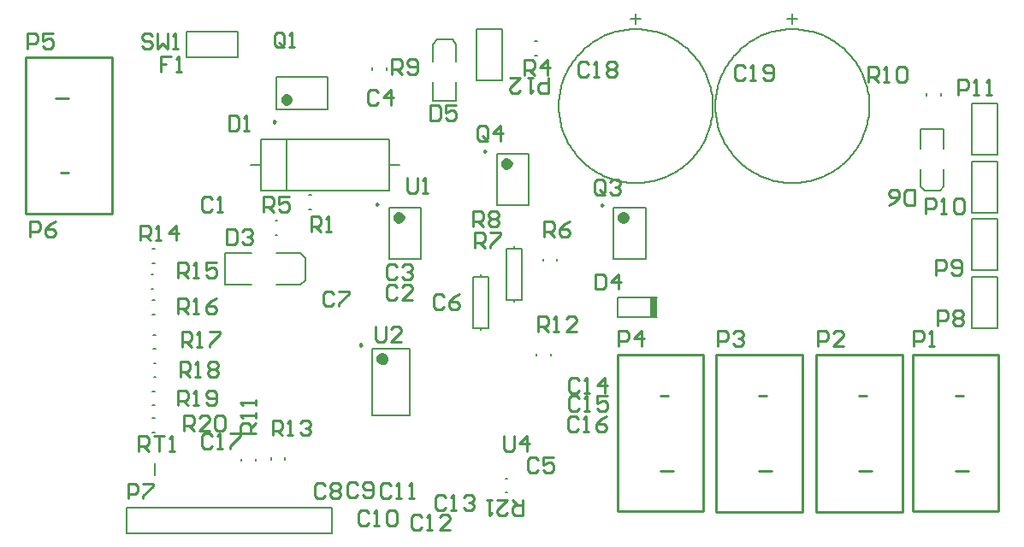
<source format=gto>
%FSTAX23Y23*%
%MOIN*%
%SFA1B1*%

%IPPOS*%
%ADD10C,0.023620*%
%ADD11C,0.009840*%
%ADD12C,0.001970*%
%ADD13C,0.007870*%
%ADD14C,0.006000*%
%ADD15C,0.010000*%
%ADD16C,0.005910*%
%ADD17R,0.031500X0.074800*%
%LNpowerboard-1*%
%LPD*%
G54D10*
X02478Y04046D02*
X02473Y04055D01*
X02463Y04057*
X02455Y04051*
Y0404*
X02463Y04034*
X02473Y04036*
X02478Y04046*
X02413Y03494D02*
X02408Y03504D01*
X02398Y03506*
X0239Y03499*
Y03489*
X02398Y03483*
X02408Y03485*
X02413Y03494*
X02898Y04256D02*
X02893Y04265D01*
X02883Y04267*
X02875Y04261*
Y0425*
X02883Y04244*
X02893Y04246*
X02898Y04256*
X0204Y04506D02*
X02036Y04515D01*
X02026Y04517*
X02018Y04511*
Y04501*
X02026Y04494*
X02036Y04497*
X0204Y04506*
X03353Y04046D02*
X03348Y04055D01*
X03338Y04057*
X0333Y04051*
Y0404*
X03338Y04034*
X03348Y04036*
X03353Y04046*
G54D11*
X02386Y04097D02*
X02379Y04101D01*
Y04093*
X02386Y04097*
X02323Y03547D02*
X02316Y03552D01*
Y03543*
X02323Y03547*
X02804Y04304D02*
X02797Y04308D01*
Y043*
X02804Y04304*
X01985Y04419D02*
X01978Y04424D01*
Y04415*
X01985Y04419*
X03262Y04093D02*
X03255Y04097D01*
Y04089*
X03262Y04093*
G54D12*
X02851Y03279D03*
G54D13*
X043Y0448D02*
X04299Y0449D01*
X04299Y045*
X04298Y0451*
X04297Y04519*
X04295Y04529*
X04293Y04539*
X04291Y04549*
X04289Y04559*
X04286Y04568*
X04283Y04578*
X04279Y04587*
X04276Y04597*
X04272Y04606*
X04267Y04615*
X04263Y04624*
X04258Y04632*
X04252Y04641*
X04247Y04649*
X04241Y04657*
X04235Y04665*
X04229Y04673*
X04222Y04681*
X04215Y04688*
X04208Y04695*
X04201Y04702*
X04193Y04709*
X04185Y04715*
X04177Y04721*
X04169Y04727*
X04161Y04732*
X04152Y04738*
X04144Y04743*
X04135Y04747*
X04126Y04752*
X04117Y04756*
X04107Y04759*
X04098Y04763*
X04088Y04766*
X04079Y04769*
X04069Y04771*
X04059Y04773*
X04049Y04775*
X04039Y04777*
X0403Y04778*
X0402Y04779*
X0401Y04779*
X04Y0478*
X03989Y04779*
X03979Y04779*
X03969Y04778*
X0396Y04777*
X0395Y04775*
X0394Y04773*
X0393Y04771*
X0392Y04769*
X03911Y04766*
X03901Y04763*
X03892Y04759*
X03882Y04756*
X03873Y04752*
X03864Y04747*
X03855Y04743*
X03847Y04738*
X03838Y04732*
X0383Y04727*
X03822Y04721*
X03814Y04715*
X03806Y04709*
X03798Y04702*
X03791Y04695*
X03784Y04688*
X03777Y04681*
X0377Y04673*
X03764Y04665*
X03758Y04657*
X03752Y04649*
X03747Y04641*
X03741Y04632*
X03736Y04624*
X03732Y04615*
X03727Y04606*
X03723Y04597*
X0372Y04587*
X03716Y04578*
X03713Y04568*
X0371Y04559*
X03708Y04549*
X03706Y04539*
X03704Y04529*
X03702Y04519*
X03701Y0451*
X037Y045*
X037Y0449*
X037Y0448*
X037Y04469*
X037Y04459*
X03701Y04449*
X03702Y0444*
X03704Y0443*
X03706Y0442*
X03708Y0441*
X0371Y044*
X03713Y04391*
X03716Y04381*
X0372Y04372*
X03723Y04362*
X03727Y04353*
X03732Y04344*
X03736Y04335*
X03741Y04327*
X03747Y04318*
X03752Y0431*
X03758Y04302*
X03764Y04294*
X0377Y04286*
X03777Y04278*
X03784Y04271*
X03791Y04264*
X03798Y04257*
X03806Y0425*
X03814Y04244*
X03822Y04238*
X0383Y04232*
X03838Y04227*
X03847Y04221*
X03855Y04216*
X03864Y04212*
X03873Y04207*
X03882Y04203*
X03892Y042*
X03901Y04196*
X03911Y04193*
X0392Y0419*
X0393Y04188*
X0394Y04186*
X0395Y04184*
X0396Y04182*
X03969Y04181*
X03979Y0418*
X03989Y0418*
X04Y0418*
X0401Y0418*
X0402Y0418*
X0403Y04181*
X04039Y04182*
X04049Y04184*
X04059Y04186*
X04069Y04188*
X04079Y0419*
X04088Y04193*
X04098Y04196*
X04107Y042*
X04117Y04203*
X04126Y04207*
X04135Y04212*
X04144Y04216*
X04152Y04221*
X04161Y04227*
X04169Y04232*
X04177Y04238*
X04185Y04244*
X04193Y0425*
X04201Y04257*
X04208Y04264*
X04215Y04271*
X04222Y04278*
X04229Y04286*
X04235Y04294*
X04241Y04302*
X04247Y0431*
X04252Y04318*
X04258Y04327*
X04263Y04335*
X04267Y04344*
X04272Y04353*
X04276Y04362*
X04279Y04372*
X04283Y04381*
X04286Y04391*
X04289Y044*
X04291Y0441*
X04293Y0442*
X04295Y0443*
X04297Y0444*
X04298Y04449*
X04299Y04459*
X04299Y04469*
X043Y0448*
X0369D02*
X03689Y0449D01*
X03689Y045*
X03688Y0451*
X03687Y04519*
X03685Y04529*
X03683Y04539*
X03681Y04549*
X03679Y04559*
X03676Y04568*
X03673Y04578*
X03669Y04587*
X03666Y04597*
X03662Y04606*
X03657Y04615*
X03653Y04624*
X03648Y04632*
X03642Y04641*
X03637Y04649*
X03631Y04657*
X03625Y04665*
X03619Y04673*
X03612Y04681*
X03605Y04688*
X03598Y04695*
X03591Y04702*
X03583Y04709*
X03575Y04715*
X03567Y04721*
X03559Y04727*
X03551Y04732*
X03542Y04738*
X03534Y04743*
X03525Y04747*
X03516Y04752*
X03507Y04756*
X03497Y04759*
X03488Y04763*
X03478Y04766*
X03469Y04769*
X03459Y04771*
X03449Y04773*
X03439Y04775*
X03429Y04777*
X0342Y04778*
X0341Y04779*
X034Y04779*
X0339Y0478*
X03379Y04779*
X03369Y04779*
X03359Y04778*
X0335Y04777*
X0334Y04775*
X0333Y04773*
X0332Y04771*
X0331Y04769*
X03301Y04766*
X03291Y04763*
X03282Y04759*
X03272Y04756*
X03263Y04752*
X03254Y04747*
X03245Y04743*
X03237Y04738*
X03228Y04732*
X0322Y04727*
X03212Y04721*
X03204Y04715*
X03196Y04709*
X03188Y04702*
X03181Y04695*
X03174Y04688*
X03167Y04681*
X0316Y04673*
X03154Y04665*
X03148Y04657*
X03142Y04649*
X03137Y04641*
X03131Y04632*
X03126Y04624*
X03122Y04615*
X03117Y04606*
X03113Y04597*
X0311Y04587*
X03106Y04578*
X03103Y04568*
X031Y04559*
X03098Y04549*
X03096Y04539*
X03094Y04529*
X03092Y04519*
X03091Y0451*
X0309Y045*
X0309Y0449*
X0309Y0448*
X0309Y04469*
X0309Y04459*
X03091Y04449*
X03092Y0444*
X03094Y0443*
X03096Y0442*
X03098Y0441*
X031Y044*
X03103Y04391*
X03106Y04381*
X0311Y04372*
X03113Y04362*
X03117Y04353*
X03122Y04344*
X03126Y04335*
X03131Y04327*
X03137Y04318*
X03142Y0431*
X03148Y04302*
X03154Y04294*
X0316Y04286*
X03167Y04278*
X03174Y04271*
X03181Y04264*
X03188Y04257*
X03196Y0425*
X03204Y04244*
X03212Y04238*
X0322Y04232*
X03228Y04227*
X03237Y04221*
X03245Y04216*
X03254Y04212*
X03263Y04207*
X03272Y04203*
X03282Y042*
X03291Y04196*
X03301Y04193*
X0331Y0419*
X0332Y04188*
X0333Y04186*
X0334Y04184*
X0335Y04182*
X03359Y04181*
X03369Y0418*
X03379Y0418*
X0339Y0418*
X034Y0418*
X0341Y0418*
X0342Y04181*
X03429Y04182*
X03439Y04184*
X03449Y04186*
X03459Y04188*
X03469Y0419*
X03478Y04193*
X03488Y04196*
X03497Y042*
X03507Y04203*
X03516Y04207*
X03525Y04212*
X03534Y04216*
X03542Y04221*
X03551Y04227*
X03559Y04232*
X03567Y04238*
X03575Y04244*
X03583Y0425*
X03591Y04257*
X03598Y04264*
X03605Y04271*
X03612Y04278*
X03619Y04286*
X03625Y04294*
X03631Y04302*
X03637Y0431*
X03642Y04318*
X03648Y04327*
X03653Y04335*
X03657Y04344*
X03662Y04353*
X03666Y04362*
X03669Y04372*
X03673Y04381*
X03676Y04391*
X03679Y044*
X03681Y0441*
X03683Y0442*
X03685Y0443*
X03687Y0444*
X03688Y04449*
X03689Y04459*
X03689Y04469*
X0369Y0448*
X0193Y0415D02*
X0243D01*
Y0435*
X0193D02*
X0243D01*
X0193Y0415D02*
Y0435D01*
X0203Y0415D02*
Y0435D01*
X0243Y0425D02*
X0247D01*
X0189D02*
X0193D01*
X02427Y03884D02*
X02552D01*
X02427Y04085D02*
X02552D01*
Y03884D02*
Y04085D01*
X02427Y03884D02*
Y04085D01*
X0164Y0477D02*
X0184D01*
X0164Y0467D02*
Y0477D01*
Y0467D02*
X0184D01*
Y0477*
X02362Y03274D02*
X02507D01*
X02362Y03534D02*
X02507D01*
Y03274D02*
Y03534D01*
X02362Y03274D02*
Y03534D01*
X047Y0429D02*
Y0449D01*
Y0429D02*
X048D01*
Y0449*
X047D02*
X048D01*
X047Y04065D02*
Y04265D01*
Y04065D02*
X048D01*
Y04265*
X047D02*
X048D01*
X047Y0384D02*
Y0404D01*
Y0384D02*
X048D01*
Y0404*
X047D02*
X048D01*
X047Y03615D02*
Y03815D01*
Y03615D02*
X048D01*
Y03815*
X047D02*
X048D01*
X0287Y0458D02*
Y0478D01*
X0277D02*
X0287D01*
X0277Y0458D02*
Y0478D01*
Y0458D02*
X0287D01*
X04499Y04314D02*
Y04389D01*
X0459Y04314D02*
Y04389D01*
X04499D02*
X0459D01*
X04515Y04149D02*
X04574D01*
X04499Y04168D02*
Y04235D01*
X04574Y04149D02*
X0459Y04168D01*
X04499D02*
X04515Y04149D01*
X0459Y04168D02*
Y04235D01*
X0269Y045D02*
Y04575D01*
X02599Y045D02*
Y04575D01*
Y045D02*
X0269D01*
X02615Y0474D02*
X02674D01*
X0269Y04654D02*
Y04721D01*
X02599D02*
X02615Y0474D01*
X02674D02*
X0269Y04721D01*
X02599Y04654D02*
Y04721D01*
X02915Y03925D02*
Y03934D01*
Y03716D02*
Y03725D01*
Y03925D02*
X02945D01*
Y03725D02*
Y03925D01*
X02885Y03725D02*
X02945D01*
X02885D02*
Y03925D01*
X02915*
X02847Y04094D02*
Y04295D01*
X02972Y04094D02*
Y04295D01*
X02847D02*
X02972D01*
X02847Y04094D02*
X02972D01*
X02755Y03815D02*
X02785D01*
X02755Y03615D02*
Y03815D01*
Y03615D02*
X02815D01*
Y03815*
X02785D02*
X02815D01*
X02785Y03606D02*
Y03615D01*
Y03815D02*
Y03824D01*
X01989Y04467D02*
X0219D01*
X01989Y04592D02*
X0219D01*
X01989Y04467D02*
Y04592D01*
X0219Y04467D02*
Y04592D01*
X01987Y03783D02*
X02083D01*
X01987Y03906D02*
X02083D01*
X0179D02*
X01892D01*
X0179Y03783D02*
X01892D01*
X02101Y03801D02*
Y03888D01*
X02083Y03906D02*
X02101Y03888D01*
X02083Y03783D02*
X02101Y03801D01*
X0179Y03783D02*
Y03906D01*
X01514Y03041D02*
Y03088D01*
X03302Y03884D02*
X03427D01*
X03302Y04085D02*
X03427D01*
Y03884D02*
Y04085D01*
X03302Y03884D02*
Y04085D01*
X03318Y03657D02*
Y03732D01*
X03471*
X03318Y03657D02*
X03471D01*
X01405Y02815D02*
Y02915D01*
X02205*
Y02815D02*
Y02915D01*
X01405Y02815D02*
X02205D01*
G54D14*
X02996Y04733D02*
X03004D01*
X02996Y04677D02*
X03004D01*
X04578Y04521D02*
Y04529D01*
X04522Y04521D02*
Y04529D01*
X01852Y03096D02*
Y03104D01*
X01908Y03096D02*
Y03104D01*
X02881Y02972D02*
X02889D01*
X02881Y03028D02*
X02889D01*
X02418Y04621D02*
Y04629D01*
X02362Y04621D02*
Y04629D01*
X01506Y03263D02*
X01514D01*
X01506Y03207D02*
X01514D01*
X01506Y03368D02*
X01514D01*
X01506Y03312D02*
X01514D01*
X01511Y03478D02*
X01519D01*
X01511Y03422D02*
X01519D01*
X0151Y03588D02*
X01518D01*
X0151Y03532D02*
X01518D01*
X01506Y03723D02*
X01514D01*
X01506Y03667D02*
X01514D01*
X01502Y03823D02*
X0151D01*
X01502Y03767D02*
X0151D01*
X02116Y04077D02*
X02124D01*
X02116Y04133D02*
X02124D01*
X01985Y03977D02*
X01993D01*
X01985Y04033D02*
X01993D01*
X03083Y03876D02*
Y03884D01*
X03027Y03876D02*
Y03884D01*
X01506Y03867D02*
X01514D01*
X01506Y03923D02*
X01514D01*
X03058Y03506D02*
Y03514D01*
X03002Y03506D02*
Y03514D01*
X01967Y03101D02*
Y03109D01*
X02023Y03101D02*
Y03109D01*
G54D15*
X01012Y0467D02*
X01347D01*
Y0406D02*
Y0467D01*
X01012Y0406D02*
Y0467D01*
X01016Y0406D02*
X01347D01*
X01012D02*
X01181D01*
X01012D02*
Y04365D01*
X0113Y04511D02*
X0118D01*
X0115Y04219D02*
X0118D01*
X04467Y02899D02*
X04802D01*
X04467D02*
Y03509D01*
X04802Y02899D02*
Y03509D01*
X04467D02*
X04798D01*
X04633D02*
X04802D01*
Y03204D02*
Y03509D01*
X04635Y03058D02*
X04684D01*
X04635Y0335D02*
X04664D01*
X03702Y02898D02*
X04037D01*
X03702D02*
Y03509D01*
X04037Y02898D02*
Y03509D01*
X03702D02*
X04033D01*
X03868D02*
X04037D01*
Y03204D02*
Y03509D01*
X0387Y03058D02*
X03919D01*
X0387Y03349D02*
X03899D01*
X04092Y02898D02*
X04427D01*
X04092D02*
Y03509D01*
X04427Y02898D02*
Y03509D01*
X04092D02*
X04423D01*
X04258D02*
X04427D01*
Y03204D02*
Y03509D01*
X0426Y03058D02*
X04309D01*
X0426Y03349D02*
X04289D01*
X03317Y02899D02*
X03652D01*
X03317D02*
Y03509D01*
X03652Y02899D02*
Y03509D01*
X03317D02*
X03648D01*
X03483D02*
X03652D01*
Y03204D02*
Y03509D01*
X03485Y03058D02*
X03534D01*
X03485Y0335D02*
X03514D01*
X01804Y04443D02*
Y04384D01*
X01833*
X01843Y04394*
Y04433*
X01833Y04443*
X01804*
X01863Y04384D02*
X01883D01*
X01873*
Y04443*
X01863Y04433*
X025Y04199D02*
Y0415D01*
X0251Y0414*
X02529*
X02539Y0415*
Y04199*
X02559Y0414D02*
X02579D01*
X02569*
Y04199*
X02559Y04189*
X02375Y03619D02*
Y0357D01*
X02385Y0356*
X02404*
X02414Y0357*
Y03619*
X02474Y0356D02*
X02434D01*
X02474Y03599*
Y03609*
X02464Y03619*
X02444*
X02434Y03609*
X02811Y04354D02*
Y04394D01*
X02801Y04404*
X02781*
X02771Y04394*
Y04354*
X02781Y04344*
X02801*
X02791Y04364D02*
X02811Y04344D01*
X02801D02*
X02811Y04354D01*
X02861Y04344D02*
Y04404D01*
X02831Y04374*
X02871*
X02875Y03194D02*
Y03145D01*
X02885Y03135*
X02904*
X02914Y03145*
Y03194*
X02964Y03135D02*
Y03194D01*
X02934Y03164*
X02974*
X01504Y04754D02*
X01494Y04764D01*
X01475*
X01465Y04754*
Y04744*
X01475Y04734*
X01494*
X01504Y04724*
Y04715*
X01494Y04705*
X01475*
X01465Y04715*
X01524Y04764D02*
Y04705D01*
X01544Y04724*
X01564Y04705*
Y04764*
X01584Y04705D02*
X01604D01*
X01594*
Y04764*
X01584Y04754*
X01453Y03134D02*
Y03194D01*
X01483*
X01493Y03184*
Y03164*
X01483Y03154*
X01453*
X01473D02*
X01493Y03134D01*
X01513Y03194D02*
X01553D01*
X01533*
Y03134*
X01573D02*
X01593D01*
X01583*
Y03194*
X01573Y03184*
X0295Y02945D02*
Y02885D01*
X0292*
X0291Y02895*
Y02915*
X0292Y02925*
X0295*
X0293D02*
X0291Y02945D01*
X0285D02*
X0289D01*
X0285Y02905*
Y02895*
X0286Y02885*
X0288*
X0289Y02895*
X0283Y02945D02*
X0281D01*
X0282*
Y02885*
X0283Y02895*
X0163Y03215D02*
Y03274D01*
X01659*
X01669Y03264*
Y03244*
X01659Y03234*
X0163*
X01649D02*
X01669Y03215D01*
X01729D02*
X01689D01*
X01729Y03254*
Y03264*
X01719Y03274*
X01699*
X01689Y03264*
X01749D02*
X01759Y03274D01*
X01779*
X01789Y03264*
Y03225*
X01779Y03215*
X01759*
X01749Y03225*
Y03264*
X01605Y03312D02*
Y03371D01*
X01634*
X01644Y03361*
Y03341*
X01634Y03331*
X01605*
X01624D02*
X01644Y03312D01*
X01664D02*
X01684D01*
X01674*
Y03371*
X01664Y03361*
X01714Y03322D02*
X01724Y03312D01*
X01744*
X01754Y03322*
Y03361*
X01744Y03371*
X01724*
X01714Y03361*
Y03351*
X01724Y03341*
X01754*
X01614Y03425D02*
Y03484D01*
X01643*
X01653Y03474*
Y03454*
X01643Y03444*
X01614*
X01633D02*
X01653Y03425D01*
X01673D02*
X01693D01*
X01683*
Y03484*
X01673Y03474*
X01723D02*
X01733Y03484D01*
X01753*
X01763Y03474*
Y03464*
X01753Y03454*
X01763Y03444*
Y03435*
X01753Y03425*
X01733*
X01723Y03435*
Y03444*
X01733Y03454*
X01723Y03464*
Y03474*
X01733Y03454D02*
X01753D01*
X01621Y0354D02*
Y03599D01*
X0165*
X0166Y03589*
Y03569*
X0165Y03559*
X01621*
X0164D02*
X0166Y0354D01*
X0168D02*
X017D01*
X0169*
Y03599*
X0168Y03589*
X0173Y03599D02*
X0177D01*
Y03589*
X0173Y0355*
Y0354*
X01605Y0367D02*
Y03729D01*
X01634*
X01644Y03719*
Y03699*
X01634Y03689*
X01605*
X01624D02*
X01644Y0367D01*
X01664D02*
X01684D01*
X01674*
Y03729*
X01664Y03719*
X01754Y03729D02*
X01734Y03719D01*
X01714Y03699*
Y0368*
X01724Y0367*
X01744*
X01754Y0368*
Y03689*
X01744Y03699*
X01714*
X01605Y0381D02*
Y03869D01*
X01634*
X01644Y03859*
Y03839*
X01634Y03829*
X01605*
X01624D02*
X01644Y0381D01*
X01664D02*
X01684D01*
X01674*
Y03869*
X01664Y03859*
X01754Y03869D02*
X01714D01*
Y03839*
X01734Y03849*
X01744*
X01754Y03839*
Y0382*
X01744Y0381*
X01724*
X01714Y0382*
X01459Y03956D02*
Y04015D01*
X01488*
X01498Y04005*
Y03985*
X01488Y03975*
X01459*
X01478D02*
X01498Y03956D01*
X01518D02*
X01538D01*
X01528*
Y04015*
X01518Y04005*
X01598Y03956D02*
Y04015D01*
X01568Y03985*
X01608*
X01974Y03196D02*
Y03255D01*
X02003*
X02013Y03245*
Y03225*
X02003Y03215*
X01974*
X01993D02*
X02013Y03196D01*
X02033D02*
X02053D01*
X02043*
Y03255*
X02033Y03245*
X02083D02*
X02093Y03255D01*
X02113*
X02123Y03245*
Y03235*
X02113Y03225*
X02103*
X02113*
X02123Y03215*
Y03206*
X02113Y03196*
X02093*
X02083Y03206*
X03008Y036D02*
Y0366D01*
X03038*
X03048Y0365*
Y0363*
X03038Y0362*
X03008*
X03028D02*
X03048Y036D01*
X03068D02*
X03088D01*
X03078*
Y0366*
X03068Y0365*
X03158Y036D02*
X03118D01*
X03158Y0364*
Y0365*
X03148Y0366*
X03128*
X03118Y0365*
X01908Y03205D02*
X01848D01*
Y03234*
X01858Y03244*
X01878*
X01888Y03234*
Y03205*
Y03224D02*
X01908Y03244D01*
Y03264D02*
Y03284D01*
Y03274*
X01848*
X01858Y03264*
X01908Y03314D02*
Y03334D01*
Y03324*
X01848*
X01858Y03314*
X04295Y04575D02*
Y04635D01*
X04324*
X04334Y04625*
Y04605*
X04324Y04595*
X04295*
X04314D02*
X04334Y04575D01*
X04354D02*
X04374D01*
X04364*
Y04635*
X04354Y04625*
X04404D02*
X04414Y04635D01*
X04434*
X04444Y04625*
Y04585*
X04434Y04575*
X04414*
X04404Y04585*
Y04625*
X0244Y04605D02*
Y04664D01*
X02469*
X02479Y04654*
Y04634*
X02469Y04624*
X0244*
X02459D02*
X02479Y04605D01*
X02499Y04615D02*
X02509Y04605D01*
X02529*
X02539Y04615*
Y04654*
X02529Y04664*
X02509*
X02499Y04654*
Y04644*
X02509Y04634*
X02539*
X02755Y0401D02*
Y04069D01*
X02784*
X02794Y04059*
Y04039*
X02784Y04029*
X02755*
X02774D02*
X02794Y0401D01*
X02814Y04059D02*
X02824Y04069D01*
X02844*
X02854Y04059*
Y04049*
X02844Y04039*
X02854Y04029*
Y0402*
X02844Y0401*
X02824*
X02814Y0402*
Y04029*
X02824Y04039*
X02814Y04049*
Y04059*
X02824Y04039D02*
X02844D01*
X02761Y03926D02*
Y03986D01*
X02791*
X02801Y03976*
Y03956*
X02791Y03946*
X02761*
X02781D02*
X02801Y03926D01*
X02821Y03986D02*
X02861D01*
Y03976*
X02821Y03936*
Y03926*
X03033Y03971D02*
Y0403D01*
X03062*
X03072Y0402*
Y04*
X03062Y0399*
X03033*
X03052D02*
X03072Y03971D01*
X03132Y0403D02*
X03112Y0402D01*
X03092Y04*
Y03981*
X03102Y03971*
X03122*
X03132Y03981*
Y0399*
X03122Y04*
X03092*
X01938Y04066D02*
Y04126D01*
X01968*
X01978Y04116*
Y04096*
X01968Y04086*
X01938*
X01958D02*
X01978Y04066D01*
X02038Y04126D02*
X01998D01*
Y04096*
X02018Y04106*
X02028*
X02038Y04096*
Y04076*
X02028Y04066*
X02008*
X01998Y04076*
X02955Y046D02*
Y04659D01*
X02984*
X02994Y04649*
Y04629*
X02984Y04619*
X02955*
X02974D02*
X02994Y046D01*
X03044D02*
Y04659D01*
X03014Y04629*
X03054*
X02124Y0399D02*
Y04049D01*
X02153*
X02163Y04039*
Y04019*
X02153Y04009*
X02124*
X02143D02*
X02163Y0399D01*
X02183D02*
X02203D01*
X02193*
Y04049*
X02183Y04039*
X03268Y04143D02*
Y04183D01*
X03258Y04193*
X03238*
X03228Y04183*
Y04143*
X03238Y04133*
X03258*
X03248Y04153D02*
X03268Y04133D01*
X03258D02*
X03268Y04143D01*
X03288Y04183D02*
X03298Y04193D01*
X03318*
X03328Y04183*
Y04173*
X03318Y04163*
X03308*
X03318*
X03328Y04153*
Y04143*
X03318Y04133*
X03298*
X03288Y04143*
X0202Y04719D02*
Y04758D01*
X0201Y04768*
X01991*
X01981Y04758*
Y04719*
X01991Y04709*
X0201*
X02Y04728D02*
X0202Y04709D01*
X0201D02*
X0202Y04719D01*
X0204Y04709D02*
X0206D01*
X0205*
Y04768*
X0204Y04758*
X0305Y0459D02*
Y0453D01*
X0302*
X0301Y0454*
Y0456*
X0302Y0457*
X0305*
X0299Y0459D02*
X0297D01*
X0298*
Y0453*
X0299Y0454*
X029Y0459D02*
X0294D01*
X029Y0455*
Y0454*
X0291Y0453*
X0293*
X0294Y0454*
X04645Y04525D02*
Y04584D01*
X04674*
X04684Y04574*
Y04554*
X04674Y04544*
X04645*
X04704Y04525D02*
X04724D01*
X04714*
Y04584*
X04704Y04574*
X04754Y04525D02*
X04774D01*
X04764*
Y04584*
X04754Y04574*
X0452Y0406D02*
Y04119D01*
X04549*
X04559Y04109*
Y04089*
X04549Y04079*
X0452*
X04579Y0406D02*
X04599D01*
X04589*
Y04119*
X04579Y04109*
X04629D02*
X04639Y04119D01*
X04659*
X04669Y04109*
Y0407*
X04659Y0406*
X04639*
X04629Y0407*
Y04109*
X0456Y0382D02*
Y03879D01*
X04589*
X04599Y03869*
Y03849*
X04589Y03839*
X0456*
X04619Y0383D02*
X04629Y0382D01*
X04649*
X04659Y0383*
Y03869*
X04649Y03879*
X04629*
X04619Y03869*
Y03859*
X04629Y03849*
X04659*
X04565Y03625D02*
Y03684D01*
X04594*
X04604Y03674*
Y03654*
X04594Y03644*
X04565*
X04624Y03674D02*
X04634Y03684D01*
X04654*
X04664Y03674*
Y03664*
X04654Y03654*
X04664Y03644*
Y03635*
X04654Y03625*
X04634*
X04624Y03635*
Y03644*
X04634Y03654*
X04624Y03664*
Y03674*
X04634Y03654D02*
X04654D01*
X01411Y02949D02*
Y03008D01*
X0144*
X0145Y02998*
Y02978*
X0144Y02968*
X01411*
X0147Y03008D02*
X0151D01*
Y02998*
X0147Y02959*
Y02949*
X01029Y0397D02*
Y0403D01*
X01059*
X01069Y0402*
Y04*
X01059Y0399*
X01029*
X01129Y0403D02*
X01109Y0402D01*
X01089Y04*
Y0398*
X01099Y0397*
X01119*
X01129Y0398*
Y0399*
X01119Y04*
X01089*
X01017Y04705D02*
Y04765D01*
X01047*
X01057Y04755*
Y04735*
X01047Y04725*
X01017*
X01117Y04765D02*
X01077D01*
Y04735*
X01097Y04745*
X01107*
X01117Y04735*
Y04715*
X01107Y04705*
X01087*
X01077Y04715*
X03323Y03544D02*
Y03603D01*
X03352*
X03362Y03593*
Y03573*
X03352Y03563*
X03323*
X03412Y03544D02*
Y03603D01*
X03382Y03573*
X03422*
X03708Y03544D02*
Y03604D01*
X03737*
X03747Y03594*
Y03574*
X03737Y03564*
X03708*
X03767Y03594D02*
X03777Y03604D01*
X03797*
X03807Y03594*
Y03584*
X03797Y03574*
X03787*
X03797*
X03807Y03564*
Y03554*
X03797Y03544*
X03777*
X03767Y03554*
X04098Y03544D02*
Y03604D01*
X04127*
X04137Y03594*
Y03574*
X04127Y03564*
X04098*
X04197Y03544D02*
X04157D01*
X04197Y03584*
Y03594*
X04187Y03604*
X04167*
X04157Y03594*
X04473Y03545D02*
Y03604D01*
X04502*
X04512Y03594*
Y03574*
X04502Y03564*
X04473*
X04532Y03545D02*
X04552D01*
X04542*
Y03604*
X04532Y03594*
X01579Y04674D02*
X0154D01*
Y04644*
X01559*
X0154*
Y04615*
X01599D02*
X01619D01*
X01609*
Y04674*
X01599Y04664*
X04475Y04095D02*
Y04155D01*
X04445*
X04435Y04145*
Y04105*
X04445Y04095*
X04475*
X04375D02*
X04395Y04105D01*
X04415Y04125*
Y04145*
X04405Y04155*
X04385*
X04375Y04145*
Y04135*
X04385Y04125*
X04415*
X0259Y04484D02*
Y04425D01*
X02619*
X02629Y04435*
Y04474*
X02619Y04484*
X0259*
X02689D02*
X02649D01*
Y04454*
X02669Y04464*
X02679*
X02689Y04454*
Y04435*
X02679Y04425*
X02659*
X02649Y04435*
X03232Y03825D02*
Y03766D01*
X03261*
X03271Y03776*
Y03815*
X03261Y03825*
X03232*
X03321Y03766D02*
Y03825D01*
X03291Y03795*
X03331*
X01796Y03999D02*
Y0394D01*
X01825*
X01835Y0395*
Y03989*
X01825Y03999*
X01796*
X01855Y03989D02*
X01865Y03999D01*
X01885*
X01895Y03989*
Y03979*
X01885Y03969*
X01875*
X01885*
X01895Y03959*
Y0395*
X01885Y0394*
X01865*
X01855Y0395*
X03814Y04629D02*
X03804Y04639D01*
X03785*
X03775Y04629*
Y0459*
X03785Y0458*
X03804*
X03814Y0459*
X03834Y0458D02*
X03854D01*
X03844*
Y04639*
X03834Y04629*
X03884Y0459D02*
X03894Y0458D01*
X03914*
X03924Y0459*
Y04629*
X03914Y04639*
X03894*
X03884Y04629*
Y04619*
X03894Y04609*
X03924*
X03204Y04642D02*
X03194Y04652D01*
X03175*
X03165Y04642*
Y04602*
X03175Y04592*
X03194*
X03204Y04602*
X03224Y04592D02*
X03244D01*
X03234*
Y04652*
X03224Y04642*
X03274D02*
X03284Y04652D01*
X03304*
X03314Y04642*
Y04632*
X03304Y04622*
X03314Y04612*
Y04602*
X03304Y04592*
X03284*
X03274Y04602*
Y04612*
X03284Y04622*
X03274Y04632*
Y04642*
X03284Y04622D02*
X03304D01*
X01737Y03194D02*
X01727Y03204D01*
X01707*
X01697Y03194*
Y03154*
X01707Y03144*
X01727*
X01737Y03154*
X01757Y03144D02*
X01777D01*
X01767*
Y03204*
X01757Y03194*
X01807Y03204D02*
X01847D01*
Y03194*
X01807Y03154*
Y03144*
X03164Y03259D02*
X03154Y03269D01*
X03135*
X03125Y03259*
Y0322*
X03135Y0321*
X03154*
X03164Y0322*
X03184Y0321D02*
X03204D01*
X03194*
Y03269*
X03184Y03259*
X03274Y03269D02*
X03254Y03259D01*
X03234Y03239*
Y0322*
X03244Y0321*
X03264*
X03274Y0322*
Y03229*
X03264Y03239*
X03234*
X03169Y03339D02*
X03159Y03349D01*
X0314*
X0313Y03339*
Y033*
X0314Y0329*
X03159*
X03169Y033*
X03189Y0329D02*
X03209D01*
X03199*
Y03349*
X03189Y03339*
X03279Y03349D02*
X03239D01*
Y03319*
X03259Y03329*
X03269*
X03279Y03319*
Y033*
X03269Y0329*
X03249*
X03239Y033*
X03169Y03409D02*
X03159Y03419D01*
X0314*
X0313Y03409*
Y0337*
X0314Y0336*
X03159*
X03169Y0337*
X03189Y0336D02*
X03209D01*
X03199*
Y03419*
X03189Y03409*
X03269Y0336D02*
Y03419D01*
X03239Y03389*
X03279*
X02649Y02952D02*
X02639Y02962D01*
X0262*
X0261Y02952*
Y02913*
X0262Y02903*
X02639*
X02649Y02913*
X02669Y02903D02*
X02689D01*
X02679*
Y02962*
X02669Y02952*
X02719D02*
X02729Y02962D01*
X02749*
X02759Y02952*
Y02942*
X02749Y02932*
X02739*
X02749*
X02759Y02922*
Y02913*
X02749Y02903*
X02729*
X02719Y02913*
X02554Y02877D02*
X02544Y02887D01*
X02525*
X02515Y02877*
Y02838*
X02525Y02828*
X02544*
X02554Y02838*
X02574Y02828D02*
X02594D01*
X02584*
Y02887*
X02574Y02877*
X02664Y02828D02*
X02624D01*
X02664Y02867*
Y02877*
X02654Y02887*
X02634*
X02624Y02877*
X02434Y02999D02*
X02424Y03009D01*
X02405*
X02395Y02999*
Y0296*
X02405Y0295*
X02424*
X02434Y0296*
X02454Y0295D02*
X02474D01*
X02464*
Y03009*
X02454Y02999*
X02504Y0295D02*
X02524D01*
X02514*
Y03009*
X02504Y02999*
X02349Y02894D02*
X02339Y02904D01*
X0232*
X0231Y02894*
Y02855*
X0232Y02845*
X02339*
X02349Y02855*
X02369Y02845D02*
X02389D01*
X02379*
Y02904*
X02369Y02894*
X02419D02*
X02429Y02904D01*
X02449*
X02459Y02894*
Y02855*
X02449Y02845*
X02429*
X02419Y02855*
Y02894*
X02304Y03004D02*
X02294Y03014D01*
X02275*
X02265Y03004*
Y02965*
X02275Y02955*
X02294*
X02304Y02965*
X02324D02*
X02334Y02955D01*
X02354*
X02364Y02965*
Y03004*
X02354Y03014*
X02334*
X02324Y03004*
Y02994*
X02334Y02984*
X02364*
X02179Y02999D02*
X02169Y03009D01*
X0215*
X0214Y02999*
Y0296*
X0215Y0295*
X02169*
X02179Y0296*
X02199Y02999D02*
X02209Y03009D01*
X02229*
X02239Y02999*
Y02989*
X02229Y02979*
X02239Y02969*
Y0296*
X02229Y0295*
X02209*
X02199Y0296*
Y02969*
X02209Y02979*
X02199Y02989*
Y02999*
X02209Y02979D02*
X02229D01*
X02212Y03748D02*
X02202Y03758D01*
X02183*
X02173Y03748*
Y03709*
X02183Y03699*
X02202*
X02212Y03709*
X02232Y03758D02*
X02272D01*
Y03748*
X02232Y03709*
Y03699*
X02641Y03737D02*
X02631Y03747D01*
X02611*
X02601Y03737*
Y03697*
X02611Y03687*
X02631*
X02641Y03697*
X02701Y03747D02*
X02681Y03737D01*
X02661Y03717*
Y03697*
X02671Y03687*
X02691*
X02701Y03697*
Y03707*
X02691Y03717*
X02661*
X03009Y03099D02*
X02999Y03109D01*
X0298*
X0297Y03099*
Y0306*
X0298Y0305*
X02999*
X03009Y0306*
X03069Y03109D02*
X03029D01*
Y03079*
X03049Y03089*
X03059*
X03069Y03079*
Y0306*
X03059Y0305*
X03039*
X03029Y0306*
X02386Y04532D02*
X02376Y04542D01*
X02356*
X02346Y04532*
Y04492*
X02356Y04482*
X02376*
X02386Y04492*
X02436Y04482D02*
Y04542D01*
X02406Y04512*
X02446*
X02457Y03854D02*
X02447Y03864D01*
X02428*
X02418Y03854*
Y03815*
X02428Y03805*
X02447*
X02457Y03815*
X02477Y03854D02*
X02487Y03864D01*
X02507*
X02517Y03854*
Y03844*
X02507Y03834*
X02497*
X02507*
X02517Y03824*
Y03815*
X02507Y03805*
X02487*
X02477Y03815*
X02457Y03774D02*
X02447Y03784D01*
X02428*
X02418Y03774*
Y03735*
X02428Y03725*
X02447*
X02457Y03735*
X02517Y03725D02*
X02477D01*
X02517Y03764*
Y03774*
X02507Y03784*
X02487*
X02477Y03774*
X01739Y04116D02*
X01729Y04126D01*
X0171*
X017Y04116*
Y04076*
X0171Y04066*
X01729*
X01739Y04076*
X01759Y04066D02*
X01779D01*
X01769*
Y04126*
X01759Y04116*
G54D16*
X03999Y048D02*
Y04839D01*
X03979Y04819D02*
X04019D01*
X03389Y048D02*
Y04839D01*
X03369Y04819D02*
X03409D01*
G54D17*
X03459Y03695D03*
M02*
</source>
